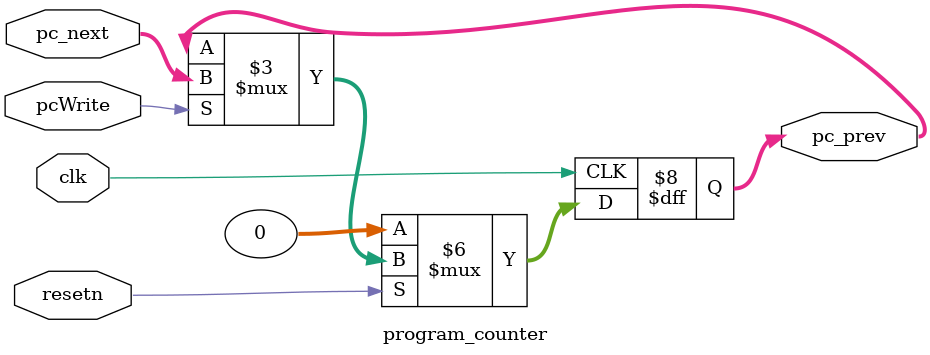
<source format=sv>
module program_counter (
    input clk,
    input resetn,
    input [31:0] pc_next,
    input pcWrite,
    output logic [31:0] pc_prev
);

    always @(posedge clk) begin
        if (!resetn) begin
            pc_prev <= 32'h0;
        end else begin
            if (pcWrite) begin
                pc_prev <= pc_next;
            end
        end
    end
    
endmodule
</source>
